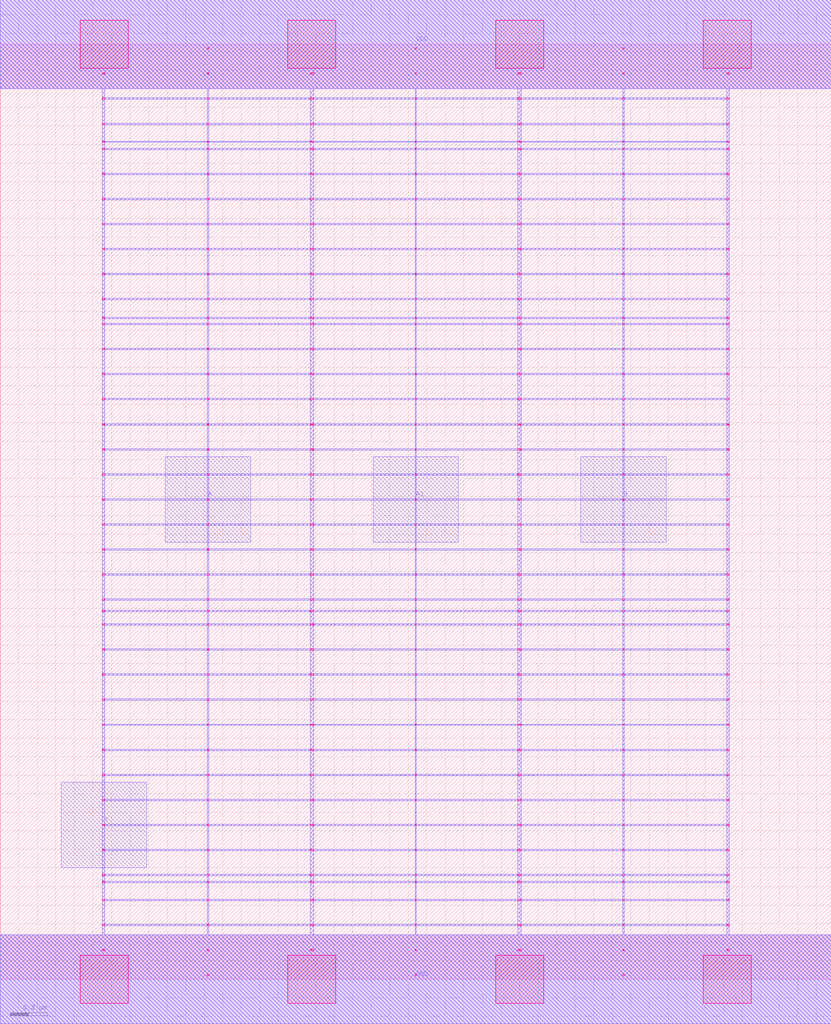
<source format=lef>
MACRO AOI21_DEBUG
 CLASS CORE ;
 FOREIGN AOI21_DEBUG 0 0 ;
 SIZE 4.48 BY 5.04 ;
 ORIGIN 0 0 ;
 SYMMETRY X Y R90 ;
 SITE unit ;
  PIN VDD
   DIRECTION INOUT ;
   USE SIGNAL ;
   SHAPE ABUTMENT ;
    PORT
     CLASS CORE ;
       LAYER met1 ;
        RECT 0.00000000 4.80000000 4.48000000 5.28000000 ;
       LAYER met2 ;
        RECT 0.00000000 4.80000000 4.48000000 5.28000000 ;
    END
  END VDD

  PIN GND
   DIRECTION INOUT ;
   USE SIGNAL ;
   SHAPE ABUTMENT ;
    PORT
     CLASS CORE ;
       LAYER met1 ;
        RECT 0.00000000 -0.24000000 4.48000000 0.24000000 ;
       LAYER met2 ;
        RECT 0.00000000 -0.24000000 4.48000000 0.24000000 ;
    END
  END GND

  PIN Y
   DIRECTION INOUT ;
   USE SIGNAL ;
   SHAPE ABUTMENT ;
    PORT
     CLASS CORE ;
       LAYER met2 ;
        RECT 0.33000000 0.60200000 0.79000000 1.06200000 ;
    END
  END Y

  PIN A
   DIRECTION INOUT ;
   USE SIGNAL ;
   SHAPE ABUTMENT ;
    PORT
     CLASS CORE ;
       LAYER met2 ;
        RECT 0.89000000 2.35700000 1.35000000 2.81700000 ;
    END
  END A

  PIN A1
   DIRECTION INOUT ;
   USE SIGNAL ;
   SHAPE ABUTMENT ;
    PORT
     CLASS CORE ;
       LAYER met2 ;
        RECT 2.01000000 2.35700000 2.47000000 2.81700000 ;
    END
  END A1

  PIN B
   DIRECTION INOUT ;
   USE SIGNAL ;
   SHAPE ABUTMENT ;
    PORT
     CLASS CORE ;
       LAYER met2 ;
        RECT 3.13000000 2.35700000 3.59000000 2.81700000 ;
    END
  END B

 OBS
    LAYER polycont ;
     RECT 0.55100000 2.58300000 0.56400000 2.59100000 ;
     RECT 1.11600000 2.58300000 1.12400000 2.59100000 ;
     RECT 1.67100000 2.58300000 1.68900000 2.59100000 ;
     RECT 2.23600000 2.58300000 2.24400000 2.59100000 ;
     RECT 2.79100000 2.58300000 2.80900000 2.59100000 ;
     RECT 3.35600000 2.58300000 3.36400000 2.59100000 ;
     RECT 3.91600000 2.58300000 3.92900000 2.59100000 ;
     RECT 0.55100000 2.71800000 0.56400000 2.72600000 ;
     RECT 1.11600000 2.71800000 1.12400000 2.72600000 ;
     RECT 1.67100000 2.71800000 1.68900000 2.72600000 ;
     RECT 2.23600000 2.71800000 2.24400000 2.72600000 ;
     RECT 2.79100000 2.71800000 2.80900000 2.72600000 ;
     RECT 3.35600000 2.71800000 3.36400000 2.72600000 ;
     RECT 3.91600000 2.71800000 3.92900000 2.72600000 ;
     RECT 0.55100000 2.85300000 0.56400000 2.86100000 ;
     RECT 1.11600000 2.85300000 1.12400000 2.86100000 ;
     RECT 1.67100000 2.85300000 1.68900000 2.86100000 ;
     RECT 2.23600000 2.85300000 2.24400000 2.86100000 ;
     RECT 2.79100000 2.85300000 2.80900000 2.86100000 ;
     RECT 3.35600000 2.85300000 3.36400000 2.86100000 ;
     RECT 3.91600000 2.85300000 3.92900000 2.86100000 ;
     RECT 0.55100000 2.98800000 0.56400000 2.99600000 ;
     RECT 1.11600000 2.98800000 1.12400000 2.99600000 ;
     RECT 1.67100000 2.98800000 1.68900000 2.99600000 ;
     RECT 2.23600000 2.98800000 2.24400000 2.99600000 ;
     RECT 2.79100000 2.98800000 2.80900000 2.99600000 ;
     RECT 3.35600000 2.98800000 3.36400000 2.99600000 ;
     RECT 3.91600000 2.98800000 3.92900000 2.99600000 ;

    LAYER pdiffc ;
     RECT 0.55100000 3.39300000 0.55900000 3.40100000 ;
     RECT 3.92100000 3.39300000 3.92900000 3.40100000 ;
     RECT 0.55100000 3.52800000 0.55900000 3.53600000 ;
     RECT 3.92100000 3.52800000 3.92900000 3.53600000 ;
     RECT 0.55100000 3.56100000 0.55900000 3.56900000 ;
     RECT 3.92100000 3.56100000 3.92900000 3.56900000 ;
     RECT 0.55100000 3.66300000 0.55900000 3.67100000 ;
     RECT 3.92100000 3.66300000 3.92900000 3.67100000 ;
     RECT 0.55100000 3.79800000 0.55900000 3.80600000 ;
     RECT 3.92100000 3.79800000 3.92900000 3.80600000 ;
     RECT 0.55100000 3.93300000 0.55900000 3.94100000 ;
     RECT 3.92100000 3.93300000 3.92900000 3.94100000 ;
     RECT 0.55100000 4.06800000 0.55900000 4.07600000 ;
     RECT 3.92100000 4.06800000 3.92900000 4.07600000 ;
     RECT 0.55100000 4.20300000 0.55900000 4.21100000 ;
     RECT 3.92100000 4.20300000 3.92900000 4.21100000 ;
     RECT 0.55100000 4.33800000 0.55900000 4.34600000 ;
     RECT 3.92100000 4.33800000 3.92900000 4.34600000 ;
     RECT 0.55100000 4.47300000 0.55900000 4.48100000 ;
     RECT 3.92100000 4.47300000 3.92900000 4.48100000 ;
     RECT 0.55100000 4.51100000 0.55900000 4.51900000 ;
     RECT 3.92100000 4.51100000 3.92900000 4.51900000 ;
     RECT 0.55100000 4.60800000 0.55900000 4.61600000 ;
     RECT 3.92100000 4.60800000 3.92900000 4.61600000 ;

    LAYER ndiffc ;
     RECT 0.55100000 0.42300000 0.56400000 0.43100000 ;
     RECT 1.67100000 0.42300000 1.68900000 0.43100000 ;
     RECT 2.79100000 0.42300000 2.80900000 0.43100000 ;
     RECT 3.91600000 0.42300000 3.92900000 0.43100000 ;
     RECT 0.55100000 0.52100000 0.56400000 0.52900000 ;
     RECT 1.67100000 0.52100000 1.68900000 0.52900000 ;
     RECT 2.79100000 0.52100000 2.80900000 0.52900000 ;
     RECT 3.91600000 0.52100000 3.92900000 0.52900000 ;
     RECT 0.55100000 0.55800000 0.56400000 0.56600000 ;
     RECT 1.67100000 0.55800000 1.68900000 0.56600000 ;
     RECT 2.79100000 0.55800000 2.80900000 0.56600000 ;
     RECT 3.91600000 0.55800000 3.92900000 0.56600000 ;
     RECT 0.55100000 0.69300000 0.56400000 0.70100000 ;
     RECT 1.67100000 0.69300000 1.68900000 0.70100000 ;
     RECT 2.79100000 0.69300000 2.80900000 0.70100000 ;
     RECT 3.91600000 0.69300000 3.92900000 0.70100000 ;
     RECT 0.55100000 0.82800000 0.56400000 0.83600000 ;
     RECT 1.67100000 0.82800000 1.68900000 0.83600000 ;
     RECT 2.79100000 0.82800000 2.80900000 0.83600000 ;
     RECT 3.91600000 0.82800000 3.92900000 0.83600000 ;
     RECT 0.55100000 0.96300000 0.56400000 0.97100000 ;
     RECT 1.67100000 0.96300000 1.68900000 0.97100000 ;
     RECT 2.79100000 0.96300000 2.80900000 0.97100000 ;
     RECT 3.91600000 0.96300000 3.92900000 0.97100000 ;
     RECT 0.55100000 1.09800000 0.56400000 1.10600000 ;
     RECT 1.67100000 1.09800000 1.68900000 1.10600000 ;
     RECT 2.79100000 1.09800000 2.80900000 1.10600000 ;
     RECT 3.91600000 1.09800000 3.92900000 1.10600000 ;
     RECT 0.55100000 1.23300000 0.56400000 1.24100000 ;
     RECT 1.67100000 1.23300000 1.68900000 1.24100000 ;
     RECT 2.79100000 1.23300000 2.80900000 1.24100000 ;
     RECT 3.91600000 1.23300000 3.92900000 1.24100000 ;
     RECT 0.55100000 1.36800000 0.56400000 1.37600000 ;
     RECT 1.67100000 1.36800000 1.68900000 1.37600000 ;
     RECT 2.79100000 1.36800000 2.80900000 1.37600000 ;
     RECT 3.91600000 1.36800000 3.92900000 1.37600000 ;
     RECT 0.55100000 1.50300000 0.56400000 1.51100000 ;
     RECT 1.67100000 1.50300000 1.68900000 1.51100000 ;
     RECT 2.79100000 1.50300000 2.80900000 1.51100000 ;
     RECT 3.91600000 1.50300000 3.92900000 1.51100000 ;
     RECT 0.55100000 1.63800000 0.56400000 1.64600000 ;
     RECT 1.67100000 1.63800000 1.68900000 1.64600000 ;
     RECT 2.79100000 1.63800000 2.80900000 1.64600000 ;
     RECT 3.91600000 1.63800000 3.92900000 1.64600000 ;
     RECT 0.55100000 1.77300000 0.56400000 1.78100000 ;
     RECT 1.67100000 1.77300000 1.68900000 1.78100000 ;
     RECT 2.79100000 1.77300000 2.80900000 1.78100000 ;
     RECT 3.91600000 1.77300000 3.92900000 1.78100000 ;
     RECT 0.55100000 1.90800000 0.56400000 1.91600000 ;
     RECT 1.67100000 1.90800000 1.68900000 1.91600000 ;
     RECT 2.79100000 1.90800000 2.80900000 1.91600000 ;
     RECT 3.91600000 1.90800000 3.92900000 1.91600000 ;
     RECT 0.55100000 1.98100000 0.56400000 1.98900000 ;
     RECT 1.67100000 1.98100000 1.68900000 1.98900000 ;
     RECT 2.79100000 1.98100000 2.80900000 1.98900000 ;
     RECT 3.91600000 1.98100000 3.92900000 1.98900000 ;
     RECT 0.55100000 2.04300000 0.56400000 2.05100000 ;
     RECT 1.67100000 2.04300000 1.68900000 2.05100000 ;
     RECT 2.79100000 2.04300000 2.80900000 2.05100000 ;
     RECT 3.91600000 2.04300000 3.92900000 2.05100000 ;

    LAYER met1 ;
     RECT 0.00000000 -0.24000000 4.48000000 0.24000000 ;
     RECT 2.23600000 0.24000000 2.24400000 0.28800000 ;
     RECT 0.55100000 0.28800000 3.92900000 0.29600000 ;
     RECT 2.23600000 0.29600000 2.24400000 0.42300000 ;
     RECT 0.55100000 0.42300000 3.92900000 0.43100000 ;
     RECT 2.23600000 0.43100000 2.24400000 0.52100000 ;
     RECT 0.55100000 0.52100000 3.92900000 0.52900000 ;
     RECT 2.23600000 0.52900000 2.24400000 0.55800000 ;
     RECT 0.55100000 0.55800000 3.92900000 0.56600000 ;
     RECT 2.23600000 0.56600000 2.24400000 0.69300000 ;
     RECT 0.55100000 0.69300000 3.92900000 0.70100000 ;
     RECT 2.23600000 0.70100000 2.24400000 0.82800000 ;
     RECT 0.55100000 0.82800000 3.92900000 0.83600000 ;
     RECT 2.23600000 0.83600000 2.24400000 0.96300000 ;
     RECT 0.55100000 0.96300000 3.92900000 0.97100000 ;
     RECT 2.23600000 0.97100000 2.24400000 1.09800000 ;
     RECT 0.55100000 1.09800000 3.92900000 1.10600000 ;
     RECT 2.23600000 1.10600000 2.24400000 1.23300000 ;
     RECT 0.55100000 1.23300000 3.92900000 1.24100000 ;
     RECT 2.23600000 1.24100000 2.24400000 1.36800000 ;
     RECT 0.55100000 1.36800000 3.92900000 1.37600000 ;
     RECT 2.23600000 1.37600000 2.24400000 1.50300000 ;
     RECT 0.55100000 1.50300000 3.92900000 1.51100000 ;
     RECT 2.23600000 1.51100000 2.24400000 1.63800000 ;
     RECT 0.55100000 1.63800000 3.92900000 1.64600000 ;
     RECT 2.23600000 1.64600000 2.24400000 1.77300000 ;
     RECT 0.55100000 1.77300000 3.92900000 1.78100000 ;
     RECT 2.23600000 1.78100000 2.24400000 1.90800000 ;
     RECT 0.55100000 1.90800000 3.92900000 1.91600000 ;
     RECT 2.23600000 1.91600000 2.24400000 1.98100000 ;
     RECT 0.55100000 1.98100000 3.92900000 1.98900000 ;
     RECT 2.23600000 1.98900000 2.24400000 2.04300000 ;
     RECT 0.55100000 2.04300000 3.92900000 2.05100000 ;
     RECT 2.23600000 2.05100000 2.24400000 2.17800000 ;
     RECT 0.55100000 2.17800000 3.92900000 2.18600000 ;
     RECT 2.23600000 2.18600000 2.24400000 2.31300000 ;
     RECT 0.55100000 2.31300000 3.92900000 2.32100000 ;
     RECT 2.23600000 2.32100000 2.24400000 2.44800000 ;
     RECT 0.55100000 2.44800000 3.92900000 2.45600000 ;
     RECT 0.55100000 2.45600000 0.56400000 2.58300000 ;
     RECT 1.11600000 2.45600000 1.12400000 2.58300000 ;
     RECT 1.67100000 2.45600000 1.68900000 2.58300000 ;
     RECT 2.23600000 2.45600000 2.24400000 2.58300000 ;
     RECT 2.79100000 2.45600000 2.80900000 2.58300000 ;
     RECT 3.35600000 2.45600000 3.36400000 2.58300000 ;
     RECT 3.91600000 2.45600000 3.92900000 2.58300000 ;
     RECT 0.55100000 2.58300000 3.92900000 2.59100000 ;
     RECT 2.23600000 2.59100000 2.24400000 2.71800000 ;
     RECT 0.55100000 2.71800000 3.92900000 2.72600000 ;
     RECT 2.23600000 2.72600000 2.24400000 2.85300000 ;
     RECT 0.55100000 2.85300000 3.92900000 2.86100000 ;
     RECT 2.23600000 2.86100000 2.24400000 2.98800000 ;
     RECT 0.55100000 2.98800000 3.92900000 2.99600000 ;
     RECT 2.23600000 2.99600000 2.24400000 3.12300000 ;
     RECT 0.55100000 3.12300000 3.92900000 3.13100000 ;
     RECT 2.23600000 3.13100000 2.24400000 3.25800000 ;
     RECT 0.55100000 3.25800000 3.92900000 3.26600000 ;
     RECT 2.23600000 3.26600000 2.24400000 3.39300000 ;
     RECT 0.55100000 3.39300000 3.92900000 3.40100000 ;
     RECT 2.23600000 3.40100000 2.24400000 3.52800000 ;
     RECT 0.55100000 3.52800000 3.92900000 3.53600000 ;
     RECT 2.23600000 3.53600000 2.24400000 3.56100000 ;
     RECT 0.55100000 3.56100000 3.92900000 3.56900000 ;
     RECT 2.23600000 3.56900000 2.24400000 3.66300000 ;
     RECT 0.55100000 3.66300000 3.92900000 3.67100000 ;
     RECT 2.23600000 3.67100000 2.24400000 3.79800000 ;
     RECT 0.55100000 3.79800000 3.92900000 3.80600000 ;
     RECT 2.23600000 3.80600000 2.24400000 3.93300000 ;
     RECT 0.55100000 3.93300000 3.92900000 3.94100000 ;
     RECT 2.23600000 3.94100000 2.24400000 4.06800000 ;
     RECT 0.55100000 4.06800000 3.92900000 4.07600000 ;
     RECT 2.23600000 4.07600000 2.24400000 4.20300000 ;
     RECT 0.55100000 4.20300000 3.92900000 4.21100000 ;
     RECT 2.23600000 4.21100000 2.24400000 4.33800000 ;
     RECT 0.55100000 4.33800000 3.92900000 4.34600000 ;
     RECT 2.23600000 4.34600000 2.24400000 4.47300000 ;
     RECT 0.55100000 4.47300000 3.92900000 4.48100000 ;
     RECT 2.23600000 4.48100000 2.24400000 4.51100000 ;
     RECT 0.55100000 4.51100000 3.92900000 4.51900000 ;
     RECT 2.23600000 4.51900000 2.24400000 4.60800000 ;
     RECT 0.55100000 4.60800000 3.92900000 4.61600000 ;
     RECT 2.23600000 4.61600000 2.24400000 4.74300000 ;
     RECT 0.55100000 4.74300000 3.92900000 4.75100000 ;
     RECT 2.23600000 4.75100000 2.24400000 4.80000000 ;
     RECT 0.00000000 4.80000000 4.48000000 5.28000000 ;
     RECT 3.91600000 3.53600000 3.92900000 3.56100000 ;
     RECT 2.79100000 2.72600000 2.80900000 2.85300000 ;
     RECT 2.79100000 2.99600000 2.80900000 3.12300000 ;
     RECT 2.79100000 3.56900000 2.80900000 3.66300000 ;
     RECT 3.35600000 3.56900000 3.36400000 3.66300000 ;
     RECT 3.91600000 3.56900000 3.92900000 3.66300000 ;
     RECT 3.35600000 2.99600000 3.36400000 3.12300000 ;
     RECT 3.91600000 2.99600000 3.92900000 3.12300000 ;
     RECT 2.79100000 3.67100000 2.80900000 3.79800000 ;
     RECT 3.35600000 3.67100000 3.36400000 3.79800000 ;
     RECT 3.91600000 3.67100000 3.92900000 3.79800000 ;
     RECT 3.35600000 2.72600000 3.36400000 2.85300000 ;
     RECT 3.91600000 2.72600000 3.92900000 2.85300000 ;
     RECT 2.79100000 3.80600000 2.80900000 3.93300000 ;
     RECT 3.35600000 3.80600000 3.36400000 3.93300000 ;
     RECT 3.91600000 3.80600000 3.92900000 3.93300000 ;
     RECT 2.79100000 3.13100000 2.80900000 3.25800000 ;
     RECT 3.35600000 3.13100000 3.36400000 3.25800000 ;
     RECT 2.79100000 3.94100000 2.80900000 4.06800000 ;
     RECT 3.35600000 3.94100000 3.36400000 4.06800000 ;
     RECT 3.91600000 3.94100000 3.92900000 4.06800000 ;
     RECT 3.91600000 3.13100000 3.92900000 3.25800000 ;
     RECT 3.91600000 2.59100000 3.92900000 2.71800000 ;
     RECT 2.79100000 4.07600000 2.80900000 4.20300000 ;
     RECT 3.35600000 4.07600000 3.36400000 4.20300000 ;
     RECT 3.91600000 4.07600000 3.92900000 4.20300000 ;
     RECT 2.79100000 2.59100000 2.80900000 2.71800000 ;
     RECT 2.79100000 3.26600000 2.80900000 3.39300000 ;
     RECT 2.79100000 4.21100000 2.80900000 4.33800000 ;
     RECT 3.35600000 4.21100000 3.36400000 4.33800000 ;
     RECT 3.91600000 4.21100000 3.92900000 4.33800000 ;
     RECT 3.35600000 3.26600000 3.36400000 3.39300000 ;
     RECT 3.91600000 3.26600000 3.92900000 3.39300000 ;
     RECT 2.79100000 4.34600000 2.80900000 4.47300000 ;
     RECT 3.35600000 4.34600000 3.36400000 4.47300000 ;
     RECT 3.91600000 4.34600000 3.92900000 4.47300000 ;
     RECT 2.79100000 2.86100000 2.80900000 2.98800000 ;
     RECT 3.35600000 2.86100000 3.36400000 2.98800000 ;
     RECT 2.79100000 4.48100000 2.80900000 4.51100000 ;
     RECT 3.35600000 4.48100000 3.36400000 4.51100000 ;
     RECT 3.91600000 4.48100000 3.92900000 4.51100000 ;
     RECT 2.79100000 3.40100000 2.80900000 3.52800000 ;
     RECT 3.35600000 3.40100000 3.36400000 3.52800000 ;
     RECT 2.79100000 4.51900000 2.80900000 4.60800000 ;
     RECT 3.35600000 4.51900000 3.36400000 4.60800000 ;
     RECT 3.91600000 4.51900000 3.92900000 4.60800000 ;
     RECT 3.91600000 3.40100000 3.92900000 3.52800000 ;
     RECT 3.91600000 2.86100000 3.92900000 2.98800000 ;
     RECT 2.79100000 4.61600000 2.80900000 4.74300000 ;
     RECT 3.35600000 4.61600000 3.36400000 4.74300000 ;
     RECT 3.91600000 4.61600000 3.92900000 4.74300000 ;
     RECT 3.35600000 2.59100000 3.36400000 2.71800000 ;
     RECT 2.79100000 3.53600000 2.80900000 3.56100000 ;
     RECT 2.79100000 4.75100000 2.80900000 4.80000000 ;
     RECT 3.35600000 4.75100000 3.36400000 4.80000000 ;
     RECT 3.91600000 4.75100000 3.92900000 4.80000000 ;
     RECT 3.35600000 3.53600000 3.36400000 3.56100000 ;
     RECT 1.67100000 2.59100000 1.68900000 2.71800000 ;
     RECT 0.55100000 4.07600000 0.56400000 4.20300000 ;
     RECT 1.11600000 4.07600000 1.12400000 4.20300000 ;
     RECT 1.67100000 4.07600000 1.68900000 4.20300000 ;
     RECT 0.55100000 2.59100000 0.56400000 2.71800000 ;
     RECT 1.11600000 2.59100000 1.12400000 2.71800000 ;
     RECT 0.55100000 2.72600000 0.56400000 2.85300000 ;
     RECT 0.55100000 2.99600000 0.56400000 3.12300000 ;
     RECT 0.55100000 3.56900000 0.56400000 3.66300000 ;
     RECT 0.55100000 4.21100000 0.56400000 4.33800000 ;
     RECT 1.11600000 4.21100000 1.12400000 4.33800000 ;
     RECT 1.67100000 4.21100000 1.68900000 4.33800000 ;
     RECT 1.11600000 3.56900000 1.12400000 3.66300000 ;
     RECT 1.67100000 3.56900000 1.68900000 3.66300000 ;
     RECT 0.55100000 3.26600000 0.56400000 3.39300000 ;
     RECT 1.11600000 3.26600000 1.12400000 3.39300000 ;
     RECT 1.67100000 3.26600000 1.68900000 3.39300000 ;
     RECT 0.55100000 4.34600000 0.56400000 4.47300000 ;
     RECT 1.11600000 4.34600000 1.12400000 4.47300000 ;
     RECT 1.67100000 4.34600000 1.68900000 4.47300000 ;
     RECT 1.11600000 2.99600000 1.12400000 3.12300000 ;
     RECT 1.67100000 2.99600000 1.68900000 3.12300000 ;
     RECT 0.55100000 3.67100000 0.56400000 3.79800000 ;
     RECT 1.11600000 3.67100000 1.12400000 3.79800000 ;
     RECT 1.67100000 3.67100000 1.68900000 3.79800000 ;
     RECT 0.55100000 4.48100000 0.56400000 4.51100000 ;
     RECT 1.11600000 4.48100000 1.12400000 4.51100000 ;
     RECT 1.67100000 4.48100000 1.68900000 4.51100000 ;
     RECT 1.11600000 2.72600000 1.12400000 2.85300000 ;
     RECT 0.55100000 2.86100000 0.56400000 2.98800000 ;
     RECT 1.11600000 2.86100000 1.12400000 2.98800000 ;
     RECT 0.55100000 3.40100000 0.56400000 3.52800000 ;
     RECT 1.11600000 3.40100000 1.12400000 3.52800000 ;
     RECT 0.55100000 4.51900000 0.56400000 4.60800000 ;
     RECT 1.11600000 4.51900000 1.12400000 4.60800000 ;
     RECT 1.67100000 4.51900000 1.68900000 4.60800000 ;
     RECT 0.55100000 3.80600000 0.56400000 3.93300000 ;
     RECT 1.11600000 3.80600000 1.12400000 3.93300000 ;
     RECT 1.67100000 3.80600000 1.68900000 3.93300000 ;
     RECT 1.67100000 3.40100000 1.68900000 3.52800000 ;
     RECT 1.67100000 2.86100000 1.68900000 2.98800000 ;
     RECT 0.55100000 4.61600000 0.56400000 4.74300000 ;
     RECT 1.11600000 4.61600000 1.12400000 4.74300000 ;
     RECT 1.67100000 4.61600000 1.68900000 4.74300000 ;
     RECT 1.67100000 2.72600000 1.68900000 2.85300000 ;
     RECT 0.55100000 3.13100000 0.56400000 3.25800000 ;
     RECT 1.11600000 3.13100000 1.12400000 3.25800000 ;
     RECT 0.55100000 3.94100000 0.56400000 4.06800000 ;
     RECT 1.11600000 3.94100000 1.12400000 4.06800000 ;
     RECT 0.55100000 4.75100000 0.56400000 4.80000000 ;
     RECT 1.11600000 4.75100000 1.12400000 4.80000000 ;
     RECT 1.67100000 4.75100000 1.68900000 4.80000000 ;
     RECT 1.67100000 3.94100000 1.68900000 4.06800000 ;
     RECT 1.67100000 3.13100000 1.68900000 3.25800000 ;
     RECT 0.55100000 3.53600000 0.56400000 3.56100000 ;
     RECT 1.11600000 3.53600000 1.12400000 3.56100000 ;
     RECT 1.67100000 3.53600000 1.68900000 3.56100000 ;
     RECT 1.67100000 0.43100000 1.68900000 0.52100000 ;
     RECT 0.55100000 2.18600000 0.56400000 2.31300000 ;
     RECT 1.11600000 2.18600000 1.12400000 2.31300000 ;
     RECT 1.67100000 2.18600000 1.68900000 2.31300000 ;
     RECT 1.11600000 0.24000000 1.12400000 0.28800000 ;
     RECT 0.55100000 0.97100000 0.56400000 1.09800000 ;
     RECT 0.55100000 2.32100000 0.56400000 2.44800000 ;
     RECT 1.11600000 2.32100000 1.12400000 2.44800000 ;
     RECT 1.67100000 2.32100000 1.68900000 2.44800000 ;
     RECT 1.11600000 0.97100000 1.12400000 1.09800000 ;
     RECT 1.67100000 0.97100000 1.68900000 1.09800000 ;
     RECT 0.55100000 0.29600000 0.56400000 0.42300000 ;
     RECT 0.55100000 0.52900000 0.56400000 0.55800000 ;
     RECT 0.55100000 1.10600000 0.56400000 1.23300000 ;
     RECT 1.11600000 1.10600000 1.12400000 1.23300000 ;
     RECT 1.67100000 1.10600000 1.68900000 1.23300000 ;
     RECT 1.11600000 0.52900000 1.12400000 0.55800000 ;
     RECT 1.67100000 0.52900000 1.68900000 0.55800000 ;
     RECT 0.55100000 1.24100000 0.56400000 1.36800000 ;
     RECT 1.11600000 1.24100000 1.12400000 1.36800000 ;
     RECT 1.67100000 1.24100000 1.68900000 1.36800000 ;
     RECT 1.11600000 0.29600000 1.12400000 0.42300000 ;
     RECT 1.67100000 0.29600000 1.68900000 0.42300000 ;
     RECT 0.55100000 1.37600000 0.56400000 1.50300000 ;
     RECT 1.11600000 1.37600000 1.12400000 1.50300000 ;
     RECT 1.67100000 1.37600000 1.68900000 1.50300000 ;
     RECT 0.55100000 0.56600000 0.56400000 0.69300000 ;
     RECT 1.11600000 0.56600000 1.12400000 0.69300000 ;
     RECT 0.55100000 1.51100000 0.56400000 1.63800000 ;
     RECT 1.11600000 1.51100000 1.12400000 1.63800000 ;
     RECT 1.67100000 1.51100000 1.68900000 1.63800000 ;
     RECT 1.67100000 0.56600000 1.68900000 0.69300000 ;
     RECT 1.67100000 0.24000000 1.68900000 0.28800000 ;
     RECT 0.55100000 1.64600000 0.56400000 1.77300000 ;
     RECT 1.11600000 1.64600000 1.12400000 1.77300000 ;
     RECT 1.67100000 1.64600000 1.68900000 1.77300000 ;
     RECT 0.55100000 0.24000000 0.56400000 0.28800000 ;
     RECT 0.55100000 0.70100000 0.56400000 0.82800000 ;
     RECT 0.55100000 1.78100000 0.56400000 1.90800000 ;
     RECT 1.11600000 1.78100000 1.12400000 1.90800000 ;
     RECT 1.67100000 1.78100000 1.68900000 1.90800000 ;
     RECT 1.11600000 0.70100000 1.12400000 0.82800000 ;
     RECT 1.67100000 0.70100000 1.68900000 0.82800000 ;
     RECT 0.55100000 1.91600000 0.56400000 1.98100000 ;
     RECT 1.11600000 1.91600000 1.12400000 1.98100000 ;
     RECT 1.67100000 1.91600000 1.68900000 1.98100000 ;
     RECT 0.55100000 0.43100000 0.56400000 0.52100000 ;
     RECT 1.11600000 0.43100000 1.12400000 0.52100000 ;
     RECT 0.55100000 1.98900000 0.56400000 2.04300000 ;
     RECT 1.11600000 1.98900000 1.12400000 2.04300000 ;
     RECT 1.67100000 1.98900000 1.68900000 2.04300000 ;
     RECT 0.55100000 0.83600000 0.56400000 0.96300000 ;
     RECT 1.11600000 0.83600000 1.12400000 0.96300000 ;
     RECT 0.55100000 2.05100000 0.56400000 2.17800000 ;
     RECT 1.11600000 2.05100000 1.12400000 2.17800000 ;
     RECT 1.67100000 2.05100000 1.68900000 2.17800000 ;
     RECT 1.67100000 0.83600000 1.68900000 0.96300000 ;
     RECT 3.35600000 2.18600000 3.36400000 2.31300000 ;
     RECT 3.91600000 2.18600000 3.92900000 2.31300000 ;
     RECT 3.91600000 0.29600000 3.92900000 0.42300000 ;
     RECT 2.79100000 0.56600000 2.80900000 0.69300000 ;
     RECT 3.35600000 0.56600000 3.36400000 0.69300000 ;
     RECT 2.79100000 1.51100000 2.80900000 1.63800000 ;
     RECT 3.35600000 1.51100000 3.36400000 1.63800000 ;
     RECT 2.79100000 2.32100000 2.80900000 2.44800000 ;
     RECT 3.35600000 2.32100000 3.36400000 2.44800000 ;
     RECT 3.91600000 2.32100000 3.92900000 2.44800000 ;
     RECT 3.91600000 1.51100000 3.92900000 1.63800000 ;
     RECT 3.91600000 0.56600000 3.92900000 0.69300000 ;
     RECT 2.79100000 0.97100000 2.80900000 1.09800000 ;
     RECT 3.35600000 0.97100000 3.36400000 1.09800000 ;
     RECT 3.91600000 0.97100000 3.92900000 1.09800000 ;
     RECT 3.91600000 0.24000000 3.92900000 0.28800000 ;
     RECT 2.79100000 1.64600000 2.80900000 1.77300000 ;
     RECT 3.35600000 1.64600000 3.36400000 1.77300000 ;
     RECT 3.91600000 1.64600000 3.92900000 1.77300000 ;
     RECT 2.79100000 0.24000000 2.80900000 0.28800000 ;
     RECT 3.35600000 0.24000000 3.36400000 0.28800000 ;
     RECT 2.79100000 0.29600000 2.80900000 0.42300000 ;
     RECT 2.79100000 0.52900000 2.80900000 0.55800000 ;
     RECT 2.79100000 1.10600000 2.80900000 1.23300000 ;
     RECT 2.79100000 1.78100000 2.80900000 1.90800000 ;
     RECT 3.35600000 1.78100000 3.36400000 1.90800000 ;
     RECT 3.91600000 1.78100000 3.92900000 1.90800000 ;
     RECT 3.35600000 1.10600000 3.36400000 1.23300000 ;
     RECT 3.91600000 1.10600000 3.92900000 1.23300000 ;
     RECT 2.79100000 0.70100000 2.80900000 0.82800000 ;
     RECT 3.35600000 0.70100000 3.36400000 0.82800000 ;
     RECT 3.91600000 0.70100000 3.92900000 0.82800000 ;
     RECT 2.79100000 1.91600000 2.80900000 1.98100000 ;
     RECT 3.35600000 1.91600000 3.36400000 1.98100000 ;
     RECT 3.91600000 1.91600000 3.92900000 1.98100000 ;
     RECT 3.35600000 0.52900000 3.36400000 0.55800000 ;
     RECT 3.91600000 0.52900000 3.92900000 0.55800000 ;
     RECT 2.79100000 1.24100000 2.80900000 1.36800000 ;
     RECT 3.35600000 1.24100000 3.36400000 1.36800000 ;
     RECT 3.91600000 1.24100000 3.92900000 1.36800000 ;
     RECT 2.79100000 1.98900000 2.80900000 2.04300000 ;
     RECT 3.35600000 1.98900000 3.36400000 2.04300000 ;
     RECT 3.91600000 1.98900000 3.92900000 2.04300000 ;
     RECT 3.35600000 0.29600000 3.36400000 0.42300000 ;
     RECT 2.79100000 0.43100000 2.80900000 0.52100000 ;
     RECT 3.35600000 0.43100000 3.36400000 0.52100000 ;
     RECT 2.79100000 0.83600000 2.80900000 0.96300000 ;
     RECT 3.35600000 0.83600000 3.36400000 0.96300000 ;
     RECT 2.79100000 2.05100000 2.80900000 2.17800000 ;
     RECT 3.35600000 2.05100000 3.36400000 2.17800000 ;
     RECT 3.91600000 2.05100000 3.92900000 2.17800000 ;
     RECT 2.79100000 1.37600000 2.80900000 1.50300000 ;
     RECT 3.35600000 1.37600000 3.36400000 1.50300000 ;
     RECT 3.91600000 1.37600000 3.92900000 1.50300000 ;
     RECT 3.91600000 0.83600000 3.92900000 0.96300000 ;
     RECT 3.91600000 0.43100000 3.92900000 0.52100000 ;
     RECT 2.79100000 2.18600000 2.80900000 2.31300000 ;

    LAYER via1 ;
     RECT 2.23600000 0.01800000 2.24400000 0.02600000 ;
     RECT 2.23600000 0.15300000 2.24400000 0.16100000 ;
     RECT 2.23600000 0.28800000 2.24400000 0.29600000 ;
     RECT 2.23600000 0.42300000 2.24400000 0.43100000 ;
     RECT 2.23600000 0.52100000 2.24400000 0.52900000 ;
     RECT 2.23600000 0.55800000 2.24400000 0.56600000 ;
     RECT 2.23600000 0.69300000 2.24400000 0.70100000 ;
     RECT 2.23600000 0.82800000 2.24400000 0.83600000 ;
     RECT 2.23600000 0.96300000 2.24400000 0.97100000 ;
     RECT 2.23600000 1.09800000 2.24400000 1.10600000 ;
     RECT 2.23600000 1.23300000 2.24400000 1.24100000 ;
     RECT 2.23600000 1.36800000 2.24400000 1.37600000 ;
     RECT 2.23600000 1.50300000 2.24400000 1.51100000 ;
     RECT 2.23600000 1.63800000 2.24400000 1.64600000 ;
     RECT 2.23600000 1.77300000 2.24400000 1.78100000 ;
     RECT 2.23600000 1.90800000 2.24400000 1.91600000 ;
     RECT 2.23600000 1.98100000 2.24400000 1.98900000 ;
     RECT 2.23600000 2.04300000 2.24400000 2.05100000 ;
     RECT 2.23600000 2.17800000 2.24400000 2.18600000 ;
     RECT 2.23600000 2.31300000 2.24400000 2.32100000 ;
     RECT 2.23600000 2.44800000 2.24400000 2.45600000 ;
     RECT 2.23600000 2.58300000 2.24400000 2.59100000 ;
     RECT 2.23600000 2.71800000 2.24400000 2.72600000 ;
     RECT 2.23600000 2.85300000 2.24400000 2.86100000 ;
     RECT 2.23600000 2.98800000 2.24400000 2.99600000 ;
     RECT 2.23600000 3.12300000 2.24400000 3.13100000 ;
     RECT 2.23600000 3.25800000 2.24400000 3.26600000 ;
     RECT 2.23600000 3.39300000 2.24400000 3.40100000 ;
     RECT 2.23600000 3.52800000 2.24400000 3.53600000 ;
     RECT 2.23600000 3.56100000 2.24400000 3.56900000 ;
     RECT 2.23600000 3.66300000 2.24400000 3.67100000 ;
     RECT 2.23600000 3.79800000 2.24400000 3.80600000 ;
     RECT 2.23600000 3.93300000 2.24400000 3.94100000 ;
     RECT 2.23600000 4.06800000 2.24400000 4.07600000 ;
     RECT 2.23600000 4.20300000 2.24400000 4.21100000 ;
     RECT 2.23600000 4.33800000 2.24400000 4.34600000 ;
     RECT 2.23600000 4.47300000 2.24400000 4.48100000 ;
     RECT 2.23600000 4.51100000 2.24400000 4.51900000 ;
     RECT 2.23600000 4.60800000 2.24400000 4.61600000 ;
     RECT 2.23600000 4.74300000 2.24400000 4.75100000 ;
     RECT 2.23600000 4.87800000 2.24400000 4.88600000 ;
     RECT 2.23600000 5.01300000 2.24400000 5.02100000 ;
     RECT 2.79100000 3.25800000 2.80900000 3.26600000 ;
     RECT 3.35600000 3.25800000 3.36400000 3.26600000 ;
     RECT 3.91600000 3.25800000 3.92900000 3.26600000 ;
     RECT 3.35600000 2.71800000 3.36400000 2.72600000 ;
     RECT 2.79100000 3.39300000 2.80900000 3.40100000 ;
     RECT 3.35600000 3.39300000 3.36400000 3.40100000 ;
     RECT 3.91600000 3.39300000 3.92900000 3.40100000 ;
     RECT 3.91600000 2.71800000 3.92900000 2.72600000 ;
     RECT 2.79100000 3.52800000 2.80900000 3.53600000 ;
     RECT 3.35600000 3.52800000 3.36400000 3.53600000 ;
     RECT 3.91600000 3.52800000 3.92900000 3.53600000 ;
     RECT 3.35600000 2.58300000 3.36400000 2.59100000 ;
     RECT 2.79100000 3.56100000 2.80900000 3.56900000 ;
     RECT 3.35600000 3.56100000 3.36400000 3.56900000 ;
     RECT 3.91600000 3.56100000 3.92900000 3.56900000 ;
     RECT 2.79100000 2.85300000 2.80900000 2.86100000 ;
     RECT 2.79100000 3.66300000 2.80900000 3.67100000 ;
     RECT 3.35600000 3.66300000 3.36400000 3.67100000 ;
     RECT 3.91600000 3.66300000 3.92900000 3.67100000 ;
     RECT 3.35600000 2.85300000 3.36400000 2.86100000 ;
     RECT 2.79100000 3.79800000 2.80900000 3.80600000 ;
     RECT 3.35600000 3.79800000 3.36400000 3.80600000 ;
     RECT 3.91600000 3.79800000 3.92900000 3.80600000 ;
     RECT 3.91600000 2.85300000 3.92900000 2.86100000 ;
     RECT 2.79100000 3.93300000 2.80900000 3.94100000 ;
     RECT 3.35600000 3.93300000 3.36400000 3.94100000 ;
     RECT 3.91600000 3.93300000 3.92900000 3.94100000 ;
     RECT 3.91600000 2.58300000 3.92900000 2.59100000 ;
     RECT 2.79100000 4.06800000 2.80900000 4.07600000 ;
     RECT 3.35600000 4.06800000 3.36400000 4.07600000 ;
     RECT 3.91600000 4.06800000 3.92900000 4.07600000 ;
     RECT 2.79100000 2.98800000 2.80900000 2.99600000 ;
     RECT 2.79100000 4.20300000 2.80900000 4.21100000 ;
     RECT 3.35600000 4.20300000 3.36400000 4.21100000 ;
     RECT 3.91600000 4.20300000 3.92900000 4.21100000 ;
     RECT 3.35600000 2.98800000 3.36400000 2.99600000 ;
     RECT 2.79100000 4.33800000 2.80900000 4.34600000 ;
     RECT 3.35600000 4.33800000 3.36400000 4.34600000 ;
     RECT 3.91600000 4.33800000 3.92900000 4.34600000 ;
     RECT 3.91600000 2.98800000 3.92900000 2.99600000 ;
     RECT 2.79100000 4.47300000 2.80900000 4.48100000 ;
     RECT 3.35600000 4.47300000 3.36400000 4.48100000 ;
     RECT 3.91600000 4.47300000 3.92900000 4.48100000 ;
     RECT 2.79100000 2.58300000 2.80900000 2.59100000 ;
     RECT 2.79100000 4.51100000 2.80900000 4.51900000 ;
     RECT 3.35600000 4.51100000 3.36400000 4.51900000 ;
     RECT 3.91600000 4.51100000 3.92900000 4.51900000 ;
     RECT 2.79100000 3.12300000 2.80900000 3.13100000 ;
     RECT 2.79100000 4.60800000 2.80900000 4.61600000 ;
     RECT 3.35600000 4.60800000 3.36400000 4.61600000 ;
     RECT 3.91600000 4.60800000 3.92900000 4.61600000 ;
     RECT 3.35600000 3.12300000 3.36400000 3.13100000 ;
     RECT 2.79100000 4.74300000 2.80900000 4.75100000 ;
     RECT 3.35600000 4.74300000 3.36400000 4.75100000 ;
     RECT 3.91600000 4.74300000 3.92900000 4.75100000 ;
     RECT 3.91600000 3.12300000 3.92900000 3.13100000 ;
     RECT 2.79100000 4.87800000 2.80900000 4.88600000 ;
     RECT 3.35600000 4.87800000 3.36400000 4.88600000 ;
     RECT 3.91600000 4.87800000 3.92900000 4.88600000 ;
     RECT 2.79100000 2.71800000 2.80900000 2.72600000 ;
     RECT 3.35600000 5.01300000 3.36400000 5.02100000 ;
     RECT 2.67000000 4.91000000 2.93000000 5.17000000 ;
     RECT 3.79000000 4.91000000 4.05000000 5.17000000 ;
     RECT 0.55100000 4.06800000 0.56400000 4.07600000 ;
     RECT 1.11600000 4.06800000 1.12400000 4.07600000 ;
     RECT 1.67100000 4.06800000 1.68900000 4.07600000 ;
     RECT 1.11600000 2.85300000 1.12400000 2.86100000 ;
     RECT 0.55100000 3.52800000 0.56400000 3.53600000 ;
     RECT 1.11600000 3.52800000 1.12400000 3.53600000 ;
     RECT 1.67100000 3.52800000 1.68900000 3.53600000 ;
     RECT 0.55100000 4.20300000 0.56400000 4.21100000 ;
     RECT 1.11600000 4.20300000 1.12400000 4.21100000 ;
     RECT 1.67100000 4.20300000 1.68900000 4.21100000 ;
     RECT 0.55100000 3.12300000 0.56400000 3.13100000 ;
     RECT 1.11600000 3.12300000 1.12400000 3.13100000 ;
     RECT 1.67100000 3.12300000 1.68900000 3.13100000 ;
     RECT 1.67100000 2.85300000 1.68900000 2.86100000 ;
     RECT 0.55100000 4.33800000 0.56400000 4.34600000 ;
     RECT 1.11600000 4.33800000 1.12400000 4.34600000 ;
     RECT 1.67100000 4.33800000 1.68900000 4.34600000 ;
     RECT 0.55100000 3.56100000 0.56400000 3.56900000 ;
     RECT 1.11600000 3.56100000 1.12400000 3.56900000 ;
     RECT 1.67100000 3.56100000 1.68900000 3.56900000 ;
     RECT 1.11600000 2.71800000 1.12400000 2.72600000 ;
     RECT 0.55100000 4.47300000 0.56400000 4.48100000 ;
     RECT 1.11600000 4.47300000 1.12400000 4.48100000 ;
     RECT 1.67100000 4.47300000 1.68900000 4.48100000 ;
     RECT 1.67100000 2.71800000 1.68900000 2.72600000 ;
     RECT 1.11600000 2.58300000 1.12400000 2.59100000 ;
     RECT 0.55100000 3.25800000 0.56400000 3.26600000 ;
     RECT 0.55100000 3.66300000 0.56400000 3.67100000 ;
     RECT 0.55100000 4.51100000 0.56400000 4.51900000 ;
     RECT 1.11600000 4.51100000 1.12400000 4.51900000 ;
     RECT 1.67100000 4.51100000 1.68900000 4.51900000 ;
     RECT 1.11600000 3.66300000 1.12400000 3.67100000 ;
     RECT 1.67100000 3.66300000 1.68900000 3.67100000 ;
     RECT 1.11600000 3.25800000 1.12400000 3.26600000 ;
     RECT 1.67100000 3.25800000 1.68900000 3.26600000 ;
     RECT 0.55100000 4.60800000 0.56400000 4.61600000 ;
     RECT 1.11600000 4.60800000 1.12400000 4.61600000 ;
     RECT 1.67100000 4.60800000 1.68900000 4.61600000 ;
     RECT 1.67100000 2.58300000 1.68900000 2.59100000 ;
     RECT 0.55100000 2.98800000 0.56400000 2.99600000 ;
     RECT 0.55100000 3.79800000 0.56400000 3.80600000 ;
     RECT 1.11600000 3.79800000 1.12400000 3.80600000 ;
     RECT 0.55100000 4.74300000 0.56400000 4.75100000 ;
     RECT 1.11600000 4.74300000 1.12400000 4.75100000 ;
     RECT 1.67100000 4.74300000 1.68900000 4.75100000 ;
     RECT 1.67100000 3.79800000 1.68900000 3.80600000 ;
     RECT 1.11600000 2.98800000 1.12400000 2.99600000 ;
     RECT 1.67100000 2.98800000 1.68900000 2.99600000 ;
     RECT 0.55100000 3.39300000 0.56400000 3.40100000 ;
     RECT 0.55100000 4.87800000 0.56400000 4.88600000 ;
     RECT 1.11600000 4.87800000 1.12400000 4.88600000 ;
     RECT 1.67100000 4.87800000 1.68900000 4.88600000 ;
     RECT 1.11600000 3.39300000 1.12400000 3.40100000 ;
     RECT 0.55100000 3.93300000 0.56400000 3.94100000 ;
     RECT 1.11600000 3.93300000 1.12400000 3.94100000 ;
     RECT 1.67100000 3.93300000 1.68900000 3.94100000 ;
     RECT 1.11600000 5.01300000 1.12400000 5.02100000 ;
     RECT 1.67100000 3.39300000 1.68900000 3.40100000 ;
     RECT 0.55100000 2.58300000 0.56400000 2.59100000 ;
     RECT 0.43000000 4.91000000 0.69000000 5.17000000 ;
     RECT 1.55000000 4.91000000 1.81000000 5.17000000 ;
     RECT 0.55100000 2.71800000 0.56400000 2.72600000 ;
     RECT 0.55100000 2.85300000 0.56400000 2.86100000 ;
     RECT 1.67100000 1.23300000 1.68900000 1.24100000 ;
     RECT 1.67100000 0.28800000 1.68900000 0.29600000 ;
     RECT 0.55100000 1.36800000 0.56400000 1.37600000 ;
     RECT 1.11600000 1.36800000 1.12400000 1.37600000 ;
     RECT 1.67100000 1.36800000 1.68900000 1.37600000 ;
     RECT 0.43000000 -0.13000000 0.69000000 0.13000000 ;
     RECT 0.55100000 1.50300000 0.56400000 1.51100000 ;
     RECT 1.11600000 1.50300000 1.12400000 1.51100000 ;
     RECT 1.67100000 1.50300000 1.68900000 1.51100000 ;
     RECT 0.55100000 0.42300000 0.56400000 0.43100000 ;
     RECT 0.55100000 1.63800000 0.56400000 1.64600000 ;
     RECT 1.11600000 1.63800000 1.12400000 1.64600000 ;
     RECT 1.67100000 1.63800000 1.68900000 1.64600000 ;
     RECT 1.11600000 0.42300000 1.12400000 0.43100000 ;
     RECT 0.55100000 1.77300000 0.56400000 1.78100000 ;
     RECT 1.11600000 1.77300000 1.12400000 1.78100000 ;
     RECT 1.67100000 1.77300000 1.68900000 1.78100000 ;
     RECT 1.67100000 0.42300000 1.68900000 0.43100000 ;
     RECT 0.55100000 1.90800000 0.56400000 1.91600000 ;
     RECT 1.11600000 1.90800000 1.12400000 1.91600000 ;
     RECT 1.67100000 1.90800000 1.68900000 1.91600000 ;
     RECT 1.55000000 -0.13000000 1.81000000 0.13000000 ;
     RECT 0.55100000 1.98100000 0.56400000 1.98900000 ;
     RECT 1.11600000 1.98100000 1.12400000 1.98900000 ;
     RECT 1.67100000 1.98100000 1.68900000 1.98900000 ;
     RECT 0.55100000 0.52100000 0.56400000 0.52900000 ;
     RECT 0.55100000 2.04300000 0.56400000 2.05100000 ;
     RECT 1.11600000 2.04300000 1.12400000 2.05100000 ;
     RECT 1.67100000 2.04300000 1.68900000 2.05100000 ;
     RECT 1.11600000 0.52100000 1.12400000 0.52900000 ;
     RECT 0.55100000 2.17800000 0.56400000 2.18600000 ;
     RECT 1.11600000 2.17800000 1.12400000 2.18600000 ;
     RECT 1.67100000 2.17800000 1.68900000 2.18600000 ;
     RECT 1.67100000 0.52100000 1.68900000 0.52900000 ;
     RECT 0.55100000 2.31300000 0.56400000 2.32100000 ;
     RECT 1.11600000 2.31300000 1.12400000 2.32100000 ;
     RECT 1.67100000 2.31300000 1.68900000 2.32100000 ;
     RECT 0.55100000 0.15300000 0.56400000 0.16100000 ;
     RECT 0.55100000 2.44800000 0.56400000 2.45600000 ;
     RECT 1.11600000 2.44800000 1.12400000 2.45600000 ;
     RECT 1.67100000 2.44800000 1.68900000 2.45600000 ;
     RECT 0.55100000 0.55800000 0.56400000 0.56600000 ;
     RECT 1.11600000 0.55800000 1.12400000 0.56600000 ;
     RECT 1.67100000 0.55800000 1.68900000 0.56600000 ;
     RECT 1.11600000 0.15300000 1.12400000 0.16100000 ;
     RECT 0.55100000 0.69300000 0.56400000 0.70100000 ;
     RECT 1.11600000 0.69300000 1.12400000 0.70100000 ;
     RECT 1.67100000 0.69300000 1.68900000 0.70100000 ;
     RECT 1.67100000 0.15300000 1.68900000 0.16100000 ;
     RECT 0.55100000 0.82800000 0.56400000 0.83600000 ;
     RECT 1.11600000 0.82800000 1.12400000 0.83600000 ;
     RECT 1.67100000 0.82800000 1.68900000 0.83600000 ;
     RECT 1.11600000 0.01800000 1.12400000 0.02600000 ;
     RECT 0.55100000 0.96300000 0.56400000 0.97100000 ;
     RECT 1.11600000 0.96300000 1.12400000 0.97100000 ;
     RECT 1.67100000 0.96300000 1.68900000 0.97100000 ;
     RECT 0.55100000 0.28800000 0.56400000 0.29600000 ;
     RECT 0.55100000 1.09800000 0.56400000 1.10600000 ;
     RECT 1.11600000 1.09800000 1.12400000 1.10600000 ;
     RECT 1.67100000 1.09800000 1.68900000 1.10600000 ;
     RECT 1.11600000 0.28800000 1.12400000 0.29600000 ;
     RECT 0.55100000 1.23300000 0.56400000 1.24100000 ;
     RECT 1.11600000 1.23300000 1.12400000 1.24100000 ;
     RECT 2.79100000 0.96300000 2.80900000 0.97100000 ;
     RECT 3.35600000 0.96300000 3.36400000 0.97100000 ;
     RECT 3.91600000 0.96300000 3.92900000 0.97100000 ;
     RECT 3.35600000 0.15300000 3.36400000 0.16100000 ;
     RECT 2.79100000 1.90800000 2.80900000 1.91600000 ;
     RECT 3.35600000 1.90800000 3.36400000 1.91600000 ;
     RECT 3.91600000 1.90800000 3.92900000 1.91600000 ;
     RECT 3.91600000 0.15300000 3.92900000 0.16100000 ;
     RECT 2.67000000 -0.13000000 2.93000000 0.13000000 ;
     RECT 2.79100000 0.55800000 2.80900000 0.56600000 ;
     RECT 2.79100000 1.09800000 2.80900000 1.10600000 ;
     RECT 2.79100000 1.98100000 2.80900000 1.98900000 ;
     RECT 3.35600000 1.98100000 3.36400000 1.98900000 ;
     RECT 3.91600000 1.98100000 3.92900000 1.98900000 ;
     RECT 3.35600000 1.09800000 3.36400000 1.10600000 ;
     RECT 3.91600000 1.09800000 3.92900000 1.10600000 ;
     RECT 3.35600000 0.55800000 3.36400000 0.56600000 ;
     RECT 3.91600000 0.55800000 3.92900000 0.56600000 ;
     RECT 2.79100000 2.04300000 2.80900000 2.05100000 ;
     RECT 3.35600000 2.04300000 3.36400000 2.05100000 ;
     RECT 3.91600000 2.04300000 3.92900000 2.05100000 ;
     RECT 3.79000000 -0.13000000 4.05000000 0.13000000 ;
     RECT 2.79100000 0.42300000 2.80900000 0.43100000 ;
     RECT 2.79100000 1.23300000 2.80900000 1.24100000 ;
     RECT 3.35600000 1.23300000 3.36400000 1.24100000 ;
     RECT 2.79100000 2.17800000 2.80900000 2.18600000 ;
     RECT 3.35600000 2.17800000 3.36400000 2.18600000 ;
     RECT 3.91600000 2.17800000 3.92900000 2.18600000 ;
     RECT 3.91600000 1.23300000 3.92900000 1.24100000 ;
     RECT 3.35600000 0.42300000 3.36400000 0.43100000 ;
     RECT 3.91600000 0.42300000 3.92900000 0.43100000 ;
     RECT 2.79100000 0.69300000 2.80900000 0.70100000 ;
     RECT 2.79100000 2.31300000 2.80900000 2.32100000 ;
     RECT 3.35600000 2.31300000 3.36400000 2.32100000 ;
     RECT 3.91600000 2.31300000 3.92900000 2.32100000 ;
     RECT 3.35600000 0.69300000 3.36400000 0.70100000 ;
     RECT 2.79100000 1.36800000 2.80900000 1.37600000 ;
     RECT 3.35600000 1.36800000 3.36400000 1.37600000 ;
     RECT 3.91600000 1.36800000 3.92900000 1.37600000 ;
     RECT 2.79100000 2.44800000 2.80900000 2.45600000 ;
     RECT 3.35600000 2.44800000 3.36400000 2.45600000 ;
     RECT 3.91600000 2.44800000 3.92900000 2.45600000 ;
     RECT 3.91600000 0.69300000 3.92900000 0.70100000 ;
     RECT 3.35600000 0.01800000 3.36400000 0.02600000 ;
     RECT 2.79100000 0.15300000 2.80900000 0.16100000 ;
     RECT 2.79100000 0.28800000 2.80900000 0.29600000 ;
     RECT 2.79100000 1.50300000 2.80900000 1.51100000 ;
     RECT 3.35600000 1.50300000 3.36400000 1.51100000 ;
     RECT 3.91600000 1.50300000 3.92900000 1.51100000 ;
     RECT 3.35600000 0.28800000 3.36400000 0.29600000 ;
     RECT 2.79100000 0.82800000 2.80900000 0.83600000 ;
     RECT 3.35600000 0.82800000 3.36400000 0.83600000 ;
     RECT 3.91600000 0.82800000 3.92900000 0.83600000 ;
     RECT 2.79100000 1.63800000 2.80900000 1.64600000 ;
     RECT 3.35600000 1.63800000 3.36400000 1.64600000 ;
     RECT 3.91600000 1.63800000 3.92900000 1.64600000 ;
     RECT 2.79100000 0.52100000 2.80900000 0.52900000 ;
     RECT 3.35600000 0.52100000 3.36400000 0.52900000 ;
     RECT 3.91600000 0.52100000 3.92900000 0.52900000 ;
     RECT 3.91600000 0.28800000 3.92900000 0.29600000 ;
     RECT 2.79100000 1.77300000 2.80900000 1.78100000 ;
     RECT 3.35600000 1.77300000 3.36400000 1.78100000 ;
     RECT 3.91600000 1.77300000 3.92900000 1.78100000 ;

    LAYER met2 ;
     RECT 0.00000000 -0.24000000 4.48000000 0.24000000 ;
     RECT 2.23600000 0.24000000 2.24400000 0.28800000 ;
     RECT 0.55100000 0.28800000 3.92900000 0.29600000 ;
     RECT 2.23600000 0.29600000 2.24400000 0.42300000 ;
     RECT 0.55100000 0.42300000 3.92900000 0.43100000 ;
     RECT 2.23600000 0.43100000 2.24400000 0.52100000 ;
     RECT 0.55100000 0.52100000 3.92900000 0.52900000 ;
     RECT 2.23600000 0.52900000 2.24400000 0.55800000 ;
     RECT 0.55100000 0.55800000 3.92900000 0.56600000 ;
     RECT 2.23600000 0.56600000 2.24400000 0.69300000 ;
     RECT 0.55100000 0.69300000 3.92900000 0.70100000 ;
     RECT 2.23600000 0.70100000 2.24400000 0.82800000 ;
     RECT 0.55100000 0.82800000 3.92900000 0.83600000 ;
     RECT 2.23600000 0.83600000 2.24400000 0.96300000 ;
     RECT 0.55100000 0.96300000 3.92900000 0.97100000 ;
     RECT 2.23600000 0.97100000 2.24400000 1.09800000 ;
     RECT 0.55100000 1.09800000 3.92900000 1.10600000 ;
     RECT 2.23600000 1.10600000 2.24400000 1.23300000 ;
     RECT 0.55100000 1.23300000 3.92900000 1.24100000 ;
     RECT 2.23600000 1.24100000 2.24400000 1.36800000 ;
     RECT 0.55100000 1.36800000 3.92900000 1.37600000 ;
     RECT 2.23600000 1.37600000 2.24400000 1.50300000 ;
     RECT 0.55100000 1.50300000 3.92900000 1.51100000 ;
     RECT 2.23600000 1.51100000 2.24400000 1.63800000 ;
     RECT 0.55100000 1.63800000 3.92900000 1.64600000 ;
     RECT 2.23600000 1.64600000 2.24400000 1.77300000 ;
     RECT 0.55100000 1.77300000 3.92900000 1.78100000 ;
     RECT 2.23600000 1.78100000 2.24400000 1.90800000 ;
     RECT 0.55100000 1.90800000 3.92900000 1.91600000 ;
     RECT 2.23600000 1.91600000 2.24400000 1.98100000 ;
     RECT 0.55100000 1.98100000 3.92900000 1.98900000 ;
     RECT 2.23600000 1.98900000 2.24400000 2.04300000 ;
     RECT 0.55100000 2.04300000 3.92900000 2.05100000 ;
     RECT 2.23600000 2.05100000 2.24400000 2.17800000 ;
     RECT 0.55100000 2.17800000 3.92900000 2.18600000 ;
     RECT 2.23600000 2.18600000 2.24400000 2.31300000 ;
     RECT 0.55100000 2.31300000 3.92900000 2.32100000 ;
     RECT 2.23600000 2.32100000 2.24400000 2.44800000 ;
     RECT 0.55100000 2.44800000 3.92900000 2.45600000 ;
     RECT 0.55100000 2.45600000 0.56400000 2.58300000 ;
     RECT 1.11600000 2.45600000 1.12400000 2.58300000 ;
     RECT 1.67100000 2.45600000 1.68900000 2.58300000 ;
     RECT 2.23600000 2.45600000 2.24400000 2.58300000 ;
     RECT 2.79100000 2.45600000 2.80900000 2.58300000 ;
     RECT 3.35600000 2.45600000 3.36400000 2.58300000 ;
     RECT 3.91600000 2.45600000 3.92900000 2.58300000 ;
     RECT 0.55100000 2.58300000 3.92900000 2.59100000 ;
     RECT 2.23600000 2.59100000 2.24400000 2.71800000 ;
     RECT 0.55100000 2.71800000 3.92900000 2.72600000 ;
     RECT 2.23600000 2.72600000 2.24400000 2.85300000 ;
     RECT 0.55100000 2.85300000 3.92900000 2.86100000 ;
     RECT 2.23600000 2.86100000 2.24400000 2.98800000 ;
     RECT 0.55100000 2.98800000 3.92900000 2.99600000 ;
     RECT 2.23600000 2.99600000 2.24400000 3.12300000 ;
     RECT 0.55100000 3.12300000 3.92900000 3.13100000 ;
     RECT 2.23600000 3.13100000 2.24400000 3.25800000 ;
     RECT 0.55100000 3.25800000 3.92900000 3.26600000 ;
     RECT 2.23600000 3.26600000 2.24400000 3.39300000 ;
     RECT 0.55100000 3.39300000 3.92900000 3.40100000 ;
     RECT 2.23600000 3.40100000 2.24400000 3.52800000 ;
     RECT 0.55100000 3.52800000 3.92900000 3.53600000 ;
     RECT 2.23600000 3.53600000 2.24400000 3.56100000 ;
     RECT 0.55100000 3.56100000 3.92900000 3.56900000 ;
     RECT 2.23600000 3.56900000 2.24400000 3.66300000 ;
     RECT 0.55100000 3.66300000 3.92900000 3.67100000 ;
     RECT 2.23600000 3.67100000 2.24400000 3.79800000 ;
     RECT 0.55100000 3.79800000 3.92900000 3.80600000 ;
     RECT 2.23600000 3.80600000 2.24400000 3.93300000 ;
     RECT 0.55100000 3.93300000 3.92900000 3.94100000 ;
     RECT 2.23600000 3.94100000 2.24400000 4.06800000 ;
     RECT 0.55100000 4.06800000 3.92900000 4.07600000 ;
     RECT 2.23600000 4.07600000 2.24400000 4.20300000 ;
     RECT 0.55100000 4.20300000 3.92900000 4.21100000 ;
     RECT 2.23600000 4.21100000 2.24400000 4.33800000 ;
     RECT 0.55100000 4.33800000 3.92900000 4.34600000 ;
     RECT 2.23600000 4.34600000 2.24400000 4.47300000 ;
     RECT 0.55100000 4.47300000 3.92900000 4.48100000 ;
     RECT 2.23600000 4.48100000 2.24400000 4.51100000 ;
     RECT 0.55100000 4.51100000 3.92900000 4.51900000 ;
     RECT 2.23600000 4.51900000 2.24400000 4.60800000 ;
     RECT 0.55100000 4.60800000 3.92900000 4.61600000 ;
     RECT 2.23600000 4.61600000 2.24400000 4.74300000 ;
     RECT 0.55100000 4.74300000 3.92900000 4.75100000 ;
     RECT 2.23600000 4.75100000 2.24400000 4.80000000 ;
     RECT 0.00000000 4.80000000 4.48000000 5.28000000 ;
     RECT 3.91600000 3.53600000 3.92900000 3.56100000 ;
     RECT 2.79100000 2.72600000 2.80900000 2.85300000 ;
     RECT 2.79100000 2.99600000 2.80900000 3.12300000 ;
     RECT 2.79100000 3.56900000 2.80900000 3.66300000 ;
     RECT 3.35600000 3.56900000 3.36400000 3.66300000 ;
     RECT 3.91600000 3.56900000 3.92900000 3.66300000 ;
     RECT 3.35600000 2.99600000 3.36400000 3.12300000 ;
     RECT 3.91600000 2.99600000 3.92900000 3.12300000 ;
     RECT 2.79100000 3.67100000 2.80900000 3.79800000 ;
     RECT 3.35600000 3.67100000 3.36400000 3.79800000 ;
     RECT 3.91600000 3.67100000 3.92900000 3.79800000 ;
     RECT 3.35600000 2.72600000 3.36400000 2.85300000 ;
     RECT 3.91600000 2.72600000 3.92900000 2.85300000 ;
     RECT 2.79100000 3.80600000 2.80900000 3.93300000 ;
     RECT 3.35600000 3.80600000 3.36400000 3.93300000 ;
     RECT 3.91600000 3.80600000 3.92900000 3.93300000 ;
     RECT 2.79100000 3.13100000 2.80900000 3.25800000 ;
     RECT 3.35600000 3.13100000 3.36400000 3.25800000 ;
     RECT 2.79100000 3.94100000 2.80900000 4.06800000 ;
     RECT 3.35600000 3.94100000 3.36400000 4.06800000 ;
     RECT 3.91600000 3.94100000 3.92900000 4.06800000 ;
     RECT 3.91600000 3.13100000 3.92900000 3.25800000 ;
     RECT 3.91600000 2.59100000 3.92900000 2.71800000 ;
     RECT 2.79100000 4.07600000 2.80900000 4.20300000 ;
     RECT 3.35600000 4.07600000 3.36400000 4.20300000 ;
     RECT 3.91600000 4.07600000 3.92900000 4.20300000 ;
     RECT 2.79100000 2.59100000 2.80900000 2.71800000 ;
     RECT 2.79100000 3.26600000 2.80900000 3.39300000 ;
     RECT 2.79100000 4.21100000 2.80900000 4.33800000 ;
     RECT 3.35600000 4.21100000 3.36400000 4.33800000 ;
     RECT 3.91600000 4.21100000 3.92900000 4.33800000 ;
     RECT 3.35600000 3.26600000 3.36400000 3.39300000 ;
     RECT 3.91600000 3.26600000 3.92900000 3.39300000 ;
     RECT 2.79100000 4.34600000 2.80900000 4.47300000 ;
     RECT 3.35600000 4.34600000 3.36400000 4.47300000 ;
     RECT 3.91600000 4.34600000 3.92900000 4.47300000 ;
     RECT 2.79100000 2.86100000 2.80900000 2.98800000 ;
     RECT 3.35600000 2.86100000 3.36400000 2.98800000 ;
     RECT 2.79100000 4.48100000 2.80900000 4.51100000 ;
     RECT 3.35600000 4.48100000 3.36400000 4.51100000 ;
     RECT 3.91600000 4.48100000 3.92900000 4.51100000 ;
     RECT 2.79100000 3.40100000 2.80900000 3.52800000 ;
     RECT 3.35600000 3.40100000 3.36400000 3.52800000 ;
     RECT 2.79100000 4.51900000 2.80900000 4.60800000 ;
     RECT 3.35600000 4.51900000 3.36400000 4.60800000 ;
     RECT 3.91600000 4.51900000 3.92900000 4.60800000 ;
     RECT 3.91600000 3.40100000 3.92900000 3.52800000 ;
     RECT 3.91600000 2.86100000 3.92900000 2.98800000 ;
     RECT 2.79100000 4.61600000 2.80900000 4.74300000 ;
     RECT 3.35600000 4.61600000 3.36400000 4.74300000 ;
     RECT 3.91600000 4.61600000 3.92900000 4.74300000 ;
     RECT 3.35600000 2.59100000 3.36400000 2.71800000 ;
     RECT 2.79100000 3.53600000 2.80900000 3.56100000 ;
     RECT 2.79100000 4.75100000 2.80900000 4.80000000 ;
     RECT 3.35600000 4.75100000 3.36400000 4.80000000 ;
     RECT 3.91600000 4.75100000 3.92900000 4.80000000 ;
     RECT 3.35600000 3.53600000 3.36400000 3.56100000 ;
     RECT 1.67100000 2.59100000 1.68900000 2.71800000 ;
     RECT 0.55100000 4.07600000 0.56400000 4.20300000 ;
     RECT 1.11600000 4.07600000 1.12400000 4.20300000 ;
     RECT 1.67100000 4.07600000 1.68900000 4.20300000 ;
     RECT 0.55100000 2.59100000 0.56400000 2.71800000 ;
     RECT 1.11600000 2.59100000 1.12400000 2.71800000 ;
     RECT 0.55100000 2.72600000 0.56400000 2.85300000 ;
     RECT 0.55100000 2.99600000 0.56400000 3.12300000 ;
     RECT 0.55100000 3.56900000 0.56400000 3.66300000 ;
     RECT 0.55100000 4.21100000 0.56400000 4.33800000 ;
     RECT 1.11600000 4.21100000 1.12400000 4.33800000 ;
     RECT 1.67100000 4.21100000 1.68900000 4.33800000 ;
     RECT 1.11600000 3.56900000 1.12400000 3.66300000 ;
     RECT 1.67100000 3.56900000 1.68900000 3.66300000 ;
     RECT 0.55100000 3.26600000 0.56400000 3.39300000 ;
     RECT 1.11600000 3.26600000 1.12400000 3.39300000 ;
     RECT 1.67100000 3.26600000 1.68900000 3.39300000 ;
     RECT 0.55100000 4.34600000 0.56400000 4.47300000 ;
     RECT 1.11600000 4.34600000 1.12400000 4.47300000 ;
     RECT 1.67100000 4.34600000 1.68900000 4.47300000 ;
     RECT 1.11600000 2.99600000 1.12400000 3.12300000 ;
     RECT 1.67100000 2.99600000 1.68900000 3.12300000 ;
     RECT 0.55100000 3.67100000 0.56400000 3.79800000 ;
     RECT 1.11600000 3.67100000 1.12400000 3.79800000 ;
     RECT 1.67100000 3.67100000 1.68900000 3.79800000 ;
     RECT 0.55100000 4.48100000 0.56400000 4.51100000 ;
     RECT 1.11600000 4.48100000 1.12400000 4.51100000 ;
     RECT 1.67100000 4.48100000 1.68900000 4.51100000 ;
     RECT 1.11600000 2.72600000 1.12400000 2.85300000 ;
     RECT 0.55100000 2.86100000 0.56400000 2.98800000 ;
     RECT 1.11600000 2.86100000 1.12400000 2.98800000 ;
     RECT 0.55100000 3.40100000 0.56400000 3.52800000 ;
     RECT 1.11600000 3.40100000 1.12400000 3.52800000 ;
     RECT 0.55100000 4.51900000 0.56400000 4.60800000 ;
     RECT 1.11600000 4.51900000 1.12400000 4.60800000 ;
     RECT 1.67100000 4.51900000 1.68900000 4.60800000 ;
     RECT 0.55100000 3.80600000 0.56400000 3.93300000 ;
     RECT 1.11600000 3.80600000 1.12400000 3.93300000 ;
     RECT 1.67100000 3.80600000 1.68900000 3.93300000 ;
     RECT 1.67100000 3.40100000 1.68900000 3.52800000 ;
     RECT 1.67100000 2.86100000 1.68900000 2.98800000 ;
     RECT 0.55100000 4.61600000 0.56400000 4.74300000 ;
     RECT 1.11600000 4.61600000 1.12400000 4.74300000 ;
     RECT 1.67100000 4.61600000 1.68900000 4.74300000 ;
     RECT 1.67100000 2.72600000 1.68900000 2.85300000 ;
     RECT 0.55100000 3.13100000 0.56400000 3.25800000 ;
     RECT 1.11600000 3.13100000 1.12400000 3.25800000 ;
     RECT 0.55100000 3.94100000 0.56400000 4.06800000 ;
     RECT 1.11600000 3.94100000 1.12400000 4.06800000 ;
     RECT 0.55100000 4.75100000 0.56400000 4.80000000 ;
     RECT 1.11600000 4.75100000 1.12400000 4.80000000 ;
     RECT 1.67100000 4.75100000 1.68900000 4.80000000 ;
     RECT 1.67100000 3.94100000 1.68900000 4.06800000 ;
     RECT 1.67100000 3.13100000 1.68900000 3.25800000 ;
     RECT 0.55100000 3.53600000 0.56400000 3.56100000 ;
     RECT 1.11600000 3.53600000 1.12400000 3.56100000 ;
     RECT 1.67100000 3.53600000 1.68900000 3.56100000 ;
     RECT 1.67100000 0.43100000 1.68900000 0.52100000 ;
     RECT 0.55100000 2.18600000 0.56400000 2.31300000 ;
     RECT 1.11600000 2.18600000 1.12400000 2.31300000 ;
     RECT 1.67100000 2.18600000 1.68900000 2.31300000 ;
     RECT 1.11600000 0.24000000 1.12400000 0.28800000 ;
     RECT 0.55100000 0.97100000 0.56400000 1.09800000 ;
     RECT 0.55100000 2.32100000 0.56400000 2.44800000 ;
     RECT 1.11600000 2.32100000 1.12400000 2.44800000 ;
     RECT 1.67100000 2.32100000 1.68900000 2.44800000 ;
     RECT 1.11600000 0.97100000 1.12400000 1.09800000 ;
     RECT 1.67100000 0.97100000 1.68900000 1.09800000 ;
     RECT 0.55100000 0.29600000 0.56400000 0.42300000 ;
     RECT 0.55100000 0.52900000 0.56400000 0.55800000 ;
     RECT 0.55100000 1.10600000 0.56400000 1.23300000 ;
     RECT 1.11600000 1.10600000 1.12400000 1.23300000 ;
     RECT 1.67100000 1.10600000 1.68900000 1.23300000 ;
     RECT 1.11600000 0.52900000 1.12400000 0.55800000 ;
     RECT 1.67100000 0.52900000 1.68900000 0.55800000 ;
     RECT 0.55100000 1.24100000 0.56400000 1.36800000 ;
     RECT 1.11600000 1.24100000 1.12400000 1.36800000 ;
     RECT 1.67100000 1.24100000 1.68900000 1.36800000 ;
     RECT 1.11600000 0.29600000 1.12400000 0.42300000 ;
     RECT 1.67100000 0.29600000 1.68900000 0.42300000 ;
     RECT 0.55100000 1.37600000 0.56400000 1.50300000 ;
     RECT 1.11600000 1.37600000 1.12400000 1.50300000 ;
     RECT 1.67100000 1.37600000 1.68900000 1.50300000 ;
     RECT 0.55100000 0.56600000 0.56400000 0.69300000 ;
     RECT 1.11600000 0.56600000 1.12400000 0.69300000 ;
     RECT 0.55100000 1.51100000 0.56400000 1.63800000 ;
     RECT 1.11600000 1.51100000 1.12400000 1.63800000 ;
     RECT 1.67100000 1.51100000 1.68900000 1.63800000 ;
     RECT 1.67100000 0.56600000 1.68900000 0.69300000 ;
     RECT 1.67100000 0.24000000 1.68900000 0.28800000 ;
     RECT 0.55100000 1.64600000 0.56400000 1.77300000 ;
     RECT 1.11600000 1.64600000 1.12400000 1.77300000 ;
     RECT 1.67100000 1.64600000 1.68900000 1.77300000 ;
     RECT 0.55100000 0.24000000 0.56400000 0.28800000 ;
     RECT 0.55100000 0.70100000 0.56400000 0.82800000 ;
     RECT 0.55100000 1.78100000 0.56400000 1.90800000 ;
     RECT 1.11600000 1.78100000 1.12400000 1.90800000 ;
     RECT 1.67100000 1.78100000 1.68900000 1.90800000 ;
     RECT 1.11600000 0.70100000 1.12400000 0.82800000 ;
     RECT 1.67100000 0.70100000 1.68900000 0.82800000 ;
     RECT 0.55100000 1.91600000 0.56400000 1.98100000 ;
     RECT 1.11600000 1.91600000 1.12400000 1.98100000 ;
     RECT 1.67100000 1.91600000 1.68900000 1.98100000 ;
     RECT 0.55100000 0.43100000 0.56400000 0.52100000 ;
     RECT 1.11600000 0.43100000 1.12400000 0.52100000 ;
     RECT 0.55100000 1.98900000 0.56400000 2.04300000 ;
     RECT 1.11600000 1.98900000 1.12400000 2.04300000 ;
     RECT 1.67100000 1.98900000 1.68900000 2.04300000 ;
     RECT 0.55100000 0.83600000 0.56400000 0.96300000 ;
     RECT 1.11600000 0.83600000 1.12400000 0.96300000 ;
     RECT 0.55100000 2.05100000 0.56400000 2.17800000 ;
     RECT 1.11600000 2.05100000 1.12400000 2.17800000 ;
     RECT 1.67100000 2.05100000 1.68900000 2.17800000 ;
     RECT 1.67100000 0.83600000 1.68900000 0.96300000 ;
     RECT 3.35600000 2.18600000 3.36400000 2.31300000 ;
     RECT 3.91600000 2.18600000 3.92900000 2.31300000 ;
     RECT 3.91600000 0.29600000 3.92900000 0.42300000 ;
     RECT 2.79100000 0.56600000 2.80900000 0.69300000 ;
     RECT 3.35600000 0.56600000 3.36400000 0.69300000 ;
     RECT 2.79100000 1.51100000 2.80900000 1.63800000 ;
     RECT 3.35600000 1.51100000 3.36400000 1.63800000 ;
     RECT 2.79100000 2.32100000 2.80900000 2.44800000 ;
     RECT 3.35600000 2.32100000 3.36400000 2.44800000 ;
     RECT 3.91600000 2.32100000 3.92900000 2.44800000 ;
     RECT 3.91600000 1.51100000 3.92900000 1.63800000 ;
     RECT 3.91600000 0.56600000 3.92900000 0.69300000 ;
     RECT 2.79100000 0.97100000 2.80900000 1.09800000 ;
     RECT 3.35600000 0.97100000 3.36400000 1.09800000 ;
     RECT 3.91600000 0.97100000 3.92900000 1.09800000 ;
     RECT 3.91600000 0.24000000 3.92900000 0.28800000 ;
     RECT 2.79100000 1.64600000 2.80900000 1.77300000 ;
     RECT 3.35600000 1.64600000 3.36400000 1.77300000 ;
     RECT 3.91600000 1.64600000 3.92900000 1.77300000 ;
     RECT 2.79100000 0.24000000 2.80900000 0.28800000 ;
     RECT 3.35600000 0.24000000 3.36400000 0.28800000 ;
     RECT 2.79100000 0.29600000 2.80900000 0.42300000 ;
     RECT 2.79100000 0.52900000 2.80900000 0.55800000 ;
     RECT 2.79100000 1.10600000 2.80900000 1.23300000 ;
     RECT 2.79100000 1.78100000 2.80900000 1.90800000 ;
     RECT 3.35600000 1.78100000 3.36400000 1.90800000 ;
     RECT 3.91600000 1.78100000 3.92900000 1.90800000 ;
     RECT 3.35600000 1.10600000 3.36400000 1.23300000 ;
     RECT 3.91600000 1.10600000 3.92900000 1.23300000 ;
     RECT 2.79100000 0.70100000 2.80900000 0.82800000 ;
     RECT 3.35600000 0.70100000 3.36400000 0.82800000 ;
     RECT 3.91600000 0.70100000 3.92900000 0.82800000 ;
     RECT 2.79100000 1.91600000 2.80900000 1.98100000 ;
     RECT 3.35600000 1.91600000 3.36400000 1.98100000 ;
     RECT 3.91600000 1.91600000 3.92900000 1.98100000 ;
     RECT 3.35600000 0.52900000 3.36400000 0.55800000 ;
     RECT 3.91600000 0.52900000 3.92900000 0.55800000 ;
     RECT 2.79100000 1.24100000 2.80900000 1.36800000 ;
     RECT 3.35600000 1.24100000 3.36400000 1.36800000 ;
     RECT 3.91600000 1.24100000 3.92900000 1.36800000 ;
     RECT 2.79100000 1.98900000 2.80900000 2.04300000 ;
     RECT 3.35600000 1.98900000 3.36400000 2.04300000 ;
     RECT 3.91600000 1.98900000 3.92900000 2.04300000 ;
     RECT 3.35600000 0.29600000 3.36400000 0.42300000 ;
     RECT 2.79100000 0.43100000 2.80900000 0.52100000 ;
     RECT 3.35600000 0.43100000 3.36400000 0.52100000 ;
     RECT 2.79100000 0.83600000 2.80900000 0.96300000 ;
     RECT 3.35600000 0.83600000 3.36400000 0.96300000 ;
     RECT 2.79100000 2.05100000 2.80900000 2.17800000 ;
     RECT 3.35600000 2.05100000 3.36400000 2.17800000 ;
     RECT 3.91600000 2.05100000 3.92900000 2.17800000 ;
     RECT 2.79100000 1.37600000 2.80900000 1.50300000 ;
     RECT 3.35600000 1.37600000 3.36400000 1.50300000 ;
     RECT 3.91600000 1.37600000 3.92900000 1.50300000 ;
     RECT 3.91600000 0.83600000 3.92900000 0.96300000 ;
     RECT 3.91600000 0.43100000 3.92900000 0.52100000 ;
     RECT 2.79100000 2.18600000 2.80900000 2.31300000 ;

 END
END AOI21_DEBUG

</source>
